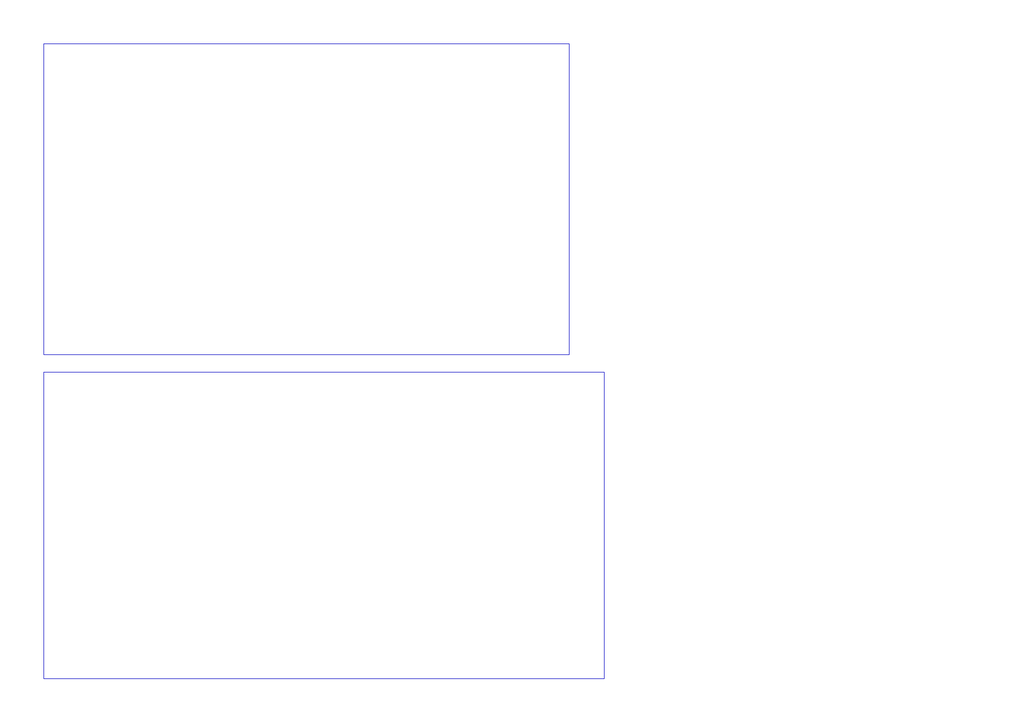
<source format=kicad_sch>
(kicad_sch
	(version 20231120)
	(generator "eeschema")
	(generator_version "8.0")
	(uuid "8fd072e2-a558-48af-9524-b90e5834a253")
	(paper "A4")
	(lib_symbols)
	(rectangle
		(start 12.7 107.95)
		(end 175.26 196.85)
		(stroke
			(width 0)
			(type default)
		)
		(fill
			(type none)
		)
		(uuid 206dad80-6962-4885-b215-979172f6b2f0)
	)
	(rectangle
		(start 12.7 12.7)
		(end 165.1 102.87)
		(stroke
			(width 0)
			(type default)
		)
		(fill
			(type none)
		)
		(uuid 651fa7c6-b117-48fd-a25b-93323cf26e22)
	)
	(sheet_instances
		(path "/"
			(page "1")
		)
	)
)

</source>
